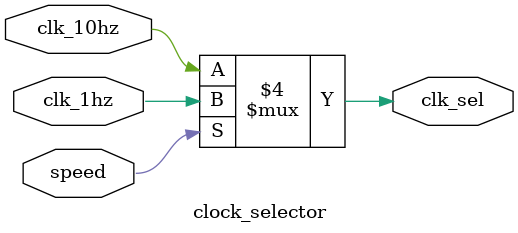
<source format=v>
`timescale 1ns / 1ps


module clock_selector(clk_1hz, clk_10hz, speed, clk_sel);
    input clk_1hz, clk_10hz, speed;
    output clk_sel;
    
    reg clk_sel;
    
    always @* begin
        if(speed == 1'b0)
            clk_sel = clk_10hz;
        else
            clk_sel = clk_1hz;
    end
endmodule

</source>
